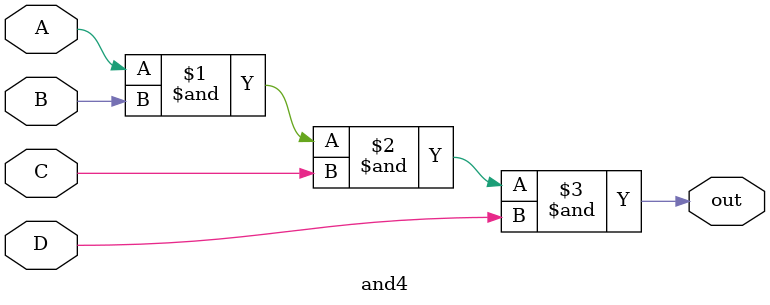
<source format=v>
module and4 (A, B, C, D, out);

    input A;
    input B;
    input C;
    input D;
    
    output out;
    
    assign out = A & B & C & D;

endmodule

</source>
